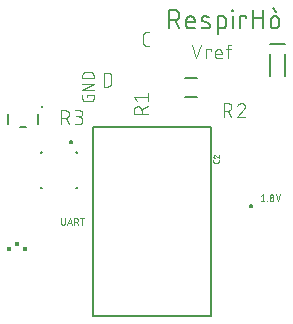
<source format=gbr>
G04 EAGLE Gerber RS-274X export*
G75*
%MOMM*%
%FSLAX34Y34*%
%LPD*%
%INSilkscreen Top*%
%IPPOS*%
%AMOC8*
5,1,8,0,0,1.08239X$1,22.5*%
G01*
%ADD10C,0.101600*%
%ADD11C,0.076200*%
%ADD12C,0.127000*%
%ADD13C,0.050800*%
%ADD14C,0.200000*%
%ADD15R,0.325000X0.425000*%
%ADD16R,0.350000X0.350000*%
%ADD17C,0.254000*%
%ADD18C,0.203200*%
%ADD19C,0.150000*%


D10*
X282053Y221996D02*
X279456Y221996D01*
X279357Y221998D01*
X279257Y222004D01*
X279158Y222013D01*
X279060Y222026D01*
X278962Y222043D01*
X278864Y222064D01*
X278768Y222089D01*
X278673Y222117D01*
X278579Y222149D01*
X278486Y222184D01*
X278394Y222223D01*
X278304Y222266D01*
X278216Y222311D01*
X278129Y222361D01*
X278045Y222413D01*
X277962Y222469D01*
X277882Y222527D01*
X277804Y222589D01*
X277729Y222654D01*
X277656Y222722D01*
X277586Y222792D01*
X277518Y222865D01*
X277453Y222940D01*
X277391Y223018D01*
X277333Y223098D01*
X277277Y223181D01*
X277225Y223265D01*
X277175Y223352D01*
X277130Y223440D01*
X277087Y223530D01*
X277048Y223622D01*
X277013Y223715D01*
X276981Y223809D01*
X276953Y223904D01*
X276928Y224000D01*
X276907Y224098D01*
X276890Y224196D01*
X276877Y224294D01*
X276868Y224393D01*
X276862Y224493D01*
X276860Y224592D01*
X276860Y231084D01*
X276862Y231183D01*
X276868Y231283D01*
X276877Y231382D01*
X276890Y231480D01*
X276907Y231578D01*
X276928Y231676D01*
X276953Y231772D01*
X276981Y231867D01*
X277013Y231961D01*
X277048Y232054D01*
X277087Y232146D01*
X277130Y232236D01*
X277175Y232324D01*
X277225Y232411D01*
X277277Y232495D01*
X277333Y232578D01*
X277391Y232658D01*
X277453Y232736D01*
X277518Y232811D01*
X277586Y232884D01*
X277656Y232954D01*
X277729Y233022D01*
X277804Y233087D01*
X277882Y233149D01*
X277962Y233207D01*
X278045Y233263D01*
X278129Y233315D01*
X278216Y233365D01*
X278304Y233410D01*
X278394Y233453D01*
X278486Y233492D01*
X278578Y233527D01*
X278673Y233559D01*
X278768Y233587D01*
X278864Y233612D01*
X278962Y233633D01*
X279060Y233650D01*
X279158Y233663D01*
X279257Y233672D01*
X279357Y233678D01*
X279456Y233680D01*
X282053Y233680D01*
X318008Y223012D02*
X321903Y211328D01*
X325797Y223012D01*
X330422Y219117D02*
X330422Y211328D01*
X330422Y219117D02*
X334316Y219117D01*
X334316Y217819D01*
X339923Y211328D02*
X343168Y211328D01*
X339923Y211328D02*
X339836Y211330D01*
X339748Y211336D01*
X339662Y211346D01*
X339575Y211359D01*
X339490Y211377D01*
X339405Y211398D01*
X339321Y211423D01*
X339239Y211452D01*
X339158Y211485D01*
X339078Y211521D01*
X339000Y211560D01*
X338924Y211604D01*
X338850Y211650D01*
X338779Y211700D01*
X338709Y211753D01*
X338642Y211809D01*
X338578Y211868D01*
X338516Y211930D01*
X338457Y211994D01*
X338401Y212061D01*
X338348Y212131D01*
X338298Y212202D01*
X338252Y212276D01*
X338208Y212352D01*
X338169Y212430D01*
X338133Y212510D01*
X338100Y212591D01*
X338071Y212673D01*
X338046Y212757D01*
X338025Y212842D01*
X338007Y212927D01*
X337994Y213014D01*
X337984Y213100D01*
X337978Y213188D01*
X337976Y213275D01*
X337975Y213275D02*
X337975Y216521D01*
X337976Y216521D02*
X337978Y216622D01*
X337984Y216722D01*
X337994Y216822D01*
X338007Y216922D01*
X338025Y217021D01*
X338046Y217120D01*
X338071Y217217D01*
X338100Y217314D01*
X338133Y217409D01*
X338169Y217503D01*
X338209Y217595D01*
X338252Y217686D01*
X338299Y217775D01*
X338349Y217862D01*
X338403Y217948D01*
X338460Y218031D01*
X338520Y218111D01*
X338583Y218190D01*
X338650Y218266D01*
X338719Y218339D01*
X338791Y218409D01*
X338865Y218477D01*
X338942Y218542D01*
X339022Y218603D01*
X339104Y218662D01*
X339188Y218717D01*
X339274Y218769D01*
X339362Y218818D01*
X339452Y218863D01*
X339544Y218905D01*
X339637Y218943D01*
X339732Y218977D01*
X339827Y219008D01*
X339924Y219035D01*
X340022Y219058D01*
X340121Y219078D01*
X340221Y219093D01*
X340321Y219105D01*
X340421Y219113D01*
X340522Y219117D01*
X340622Y219117D01*
X340723Y219113D01*
X340823Y219105D01*
X340923Y219093D01*
X341023Y219078D01*
X341122Y219058D01*
X341220Y219035D01*
X341317Y219008D01*
X341412Y218977D01*
X341507Y218943D01*
X341600Y218905D01*
X341692Y218863D01*
X341782Y218818D01*
X341870Y218769D01*
X341956Y218717D01*
X342040Y218662D01*
X342122Y218603D01*
X342202Y218542D01*
X342279Y218477D01*
X342353Y218409D01*
X342425Y218339D01*
X342494Y218266D01*
X342561Y218190D01*
X342624Y218111D01*
X342684Y218031D01*
X342741Y217948D01*
X342795Y217862D01*
X342845Y217775D01*
X342892Y217686D01*
X342935Y217595D01*
X342975Y217503D01*
X343011Y217409D01*
X343044Y217314D01*
X343073Y217217D01*
X343098Y217120D01*
X343119Y217021D01*
X343137Y216922D01*
X343150Y216822D01*
X343160Y216722D01*
X343166Y216622D01*
X343168Y216521D01*
X343168Y215223D01*
X337975Y215223D01*
X348508Y211328D02*
X348508Y221065D01*
X348510Y221152D01*
X348516Y221240D01*
X348526Y221326D01*
X348539Y221413D01*
X348557Y221498D01*
X348578Y221583D01*
X348603Y221667D01*
X348632Y221749D01*
X348665Y221830D01*
X348701Y221910D01*
X348740Y221988D01*
X348784Y222064D01*
X348830Y222138D01*
X348880Y222209D01*
X348933Y222279D01*
X348989Y222346D01*
X349048Y222410D01*
X349109Y222472D01*
X349174Y222531D01*
X349241Y222587D01*
X349311Y222640D01*
X349382Y222690D01*
X349456Y222736D01*
X349532Y222780D01*
X349610Y222819D01*
X349690Y222855D01*
X349771Y222888D01*
X349853Y222917D01*
X349937Y222942D01*
X350022Y222963D01*
X350107Y222981D01*
X350194Y222994D01*
X350280Y223004D01*
X350368Y223010D01*
X350455Y223012D01*
X351104Y223012D01*
X351104Y219117D02*
X347210Y219117D01*
X243332Y199136D02*
X243332Y187452D01*
X243332Y199136D02*
X246578Y199136D01*
X246691Y199134D01*
X246804Y199128D01*
X246917Y199118D01*
X247030Y199104D01*
X247142Y199087D01*
X247253Y199065D01*
X247363Y199040D01*
X247473Y199010D01*
X247581Y198977D01*
X247688Y198940D01*
X247794Y198900D01*
X247898Y198855D01*
X248001Y198807D01*
X248102Y198756D01*
X248201Y198701D01*
X248298Y198643D01*
X248393Y198581D01*
X248486Y198516D01*
X248576Y198448D01*
X248664Y198377D01*
X248750Y198302D01*
X248833Y198225D01*
X248913Y198145D01*
X248990Y198062D01*
X249065Y197976D01*
X249136Y197888D01*
X249204Y197798D01*
X249269Y197705D01*
X249331Y197610D01*
X249389Y197513D01*
X249444Y197414D01*
X249495Y197313D01*
X249543Y197210D01*
X249588Y197106D01*
X249628Y197000D01*
X249665Y196893D01*
X249698Y196785D01*
X249728Y196675D01*
X249753Y196565D01*
X249775Y196454D01*
X249792Y196342D01*
X249806Y196229D01*
X249816Y196116D01*
X249822Y196003D01*
X249824Y195890D01*
X249823Y195890D02*
X249823Y190698D01*
X249824Y190698D02*
X249822Y190585D01*
X249816Y190472D01*
X249806Y190359D01*
X249792Y190246D01*
X249775Y190134D01*
X249753Y190023D01*
X249728Y189913D01*
X249698Y189803D01*
X249665Y189695D01*
X249628Y189588D01*
X249588Y189482D01*
X249543Y189378D01*
X249495Y189275D01*
X249444Y189174D01*
X249389Y189075D01*
X249331Y188978D01*
X249269Y188883D01*
X249204Y188790D01*
X249136Y188700D01*
X249065Y188612D01*
X248990Y188526D01*
X248913Y188443D01*
X248833Y188363D01*
X248750Y188286D01*
X248664Y188211D01*
X248576Y188140D01*
X248486Y188072D01*
X248393Y188007D01*
X248298Y187945D01*
X248201Y187887D01*
X248102Y187832D01*
X248001Y187781D01*
X247898Y187733D01*
X247794Y187688D01*
X247688Y187648D01*
X247581Y187611D01*
X247473Y187578D01*
X247363Y187548D01*
X247253Y187523D01*
X247142Y187501D01*
X247030Y187484D01*
X246917Y187470D01*
X246804Y187460D01*
X246691Y187454D01*
X246578Y187452D01*
X243332Y187452D01*
D11*
X229602Y180264D02*
X229602Y178697D01*
X229602Y180264D02*
X234823Y180264D01*
X234823Y177131D01*
X234821Y177042D01*
X234815Y176954D01*
X234806Y176866D01*
X234793Y176778D01*
X234776Y176691D01*
X234756Y176605D01*
X234731Y176520D01*
X234704Y176435D01*
X234672Y176352D01*
X234638Y176271D01*
X234599Y176191D01*
X234558Y176113D01*
X234513Y176036D01*
X234465Y175962D01*
X234414Y175889D01*
X234360Y175819D01*
X234302Y175752D01*
X234242Y175686D01*
X234180Y175624D01*
X234114Y175564D01*
X234047Y175506D01*
X233977Y175452D01*
X233904Y175401D01*
X233830Y175353D01*
X233753Y175308D01*
X233675Y175267D01*
X233595Y175228D01*
X233514Y175194D01*
X233431Y175162D01*
X233346Y175135D01*
X233261Y175110D01*
X233175Y175090D01*
X233088Y175073D01*
X233000Y175060D01*
X232912Y175051D01*
X232824Y175045D01*
X232735Y175043D01*
X227513Y175043D01*
X227513Y175042D02*
X227422Y175044D01*
X227331Y175050D01*
X227240Y175060D01*
X227150Y175074D01*
X227061Y175092D01*
X226972Y175113D01*
X226885Y175139D01*
X226799Y175168D01*
X226714Y175201D01*
X226630Y175238D01*
X226548Y175278D01*
X226469Y175322D01*
X226391Y175369D01*
X226315Y175420D01*
X226241Y175474D01*
X226170Y175531D01*
X226102Y175591D01*
X226036Y175654D01*
X225973Y175720D01*
X225913Y175788D01*
X225856Y175859D01*
X225802Y175933D01*
X225751Y176009D01*
X225704Y176086D01*
X225660Y176166D01*
X225620Y176248D01*
X225583Y176332D01*
X225550Y176416D01*
X225521Y176503D01*
X225495Y176590D01*
X225474Y176679D01*
X225456Y176768D01*
X225442Y176858D01*
X225432Y176949D01*
X225426Y177040D01*
X225424Y177131D01*
X225425Y177131D02*
X225425Y180264D01*
X225425Y184796D02*
X234823Y184796D01*
X234823Y190017D02*
X225425Y184796D01*
X225425Y190017D02*
X234823Y190017D01*
X234823Y194550D02*
X225425Y194550D01*
X225425Y197160D01*
X225427Y197260D01*
X225433Y197360D01*
X225442Y197459D01*
X225456Y197559D01*
X225473Y197657D01*
X225494Y197755D01*
X225518Y197852D01*
X225547Y197948D01*
X225579Y198043D01*
X225614Y198136D01*
X225653Y198228D01*
X225696Y198319D01*
X225742Y198407D01*
X225792Y198494D01*
X225844Y198579D01*
X225900Y198662D01*
X225959Y198743D01*
X226022Y198821D01*
X226087Y198897D01*
X226155Y198971D01*
X226225Y199041D01*
X226299Y199109D01*
X226375Y199174D01*
X226453Y199237D01*
X226534Y199296D01*
X226617Y199352D01*
X226702Y199404D01*
X226789Y199454D01*
X226877Y199500D01*
X226968Y199543D01*
X227060Y199582D01*
X227153Y199617D01*
X227248Y199649D01*
X227344Y199678D01*
X227441Y199702D01*
X227539Y199723D01*
X227637Y199740D01*
X227737Y199754D01*
X227836Y199763D01*
X227936Y199769D01*
X228036Y199771D01*
X232212Y199771D01*
X232312Y199769D01*
X232412Y199763D01*
X232511Y199754D01*
X232611Y199740D01*
X232709Y199723D01*
X232807Y199702D01*
X232904Y199678D01*
X233000Y199649D01*
X233095Y199617D01*
X233188Y199582D01*
X233280Y199543D01*
X233371Y199500D01*
X233459Y199454D01*
X233546Y199404D01*
X233631Y199352D01*
X233714Y199296D01*
X233795Y199237D01*
X233873Y199174D01*
X233949Y199109D01*
X234023Y199041D01*
X234093Y198971D01*
X234161Y198897D01*
X234226Y198821D01*
X234289Y198743D01*
X234348Y198662D01*
X234404Y198579D01*
X234456Y198494D01*
X234506Y198407D01*
X234552Y198319D01*
X234595Y198228D01*
X234634Y198136D01*
X234669Y198043D01*
X234701Y197948D01*
X234730Y197852D01*
X234754Y197755D01*
X234775Y197657D01*
X234792Y197559D01*
X234806Y197459D01*
X234815Y197360D01*
X234821Y197260D01*
X234823Y197160D01*
X234823Y194550D01*
D12*
X298831Y236855D02*
X298831Y252349D01*
X303135Y252349D01*
X303265Y252347D01*
X303395Y252341D01*
X303525Y252331D01*
X303654Y252318D01*
X303783Y252300D01*
X303911Y252279D01*
X304038Y252253D01*
X304165Y252224D01*
X304291Y252191D01*
X304415Y252154D01*
X304539Y252114D01*
X304661Y252069D01*
X304782Y252021D01*
X304901Y251970D01*
X305019Y251915D01*
X305135Y251856D01*
X305249Y251794D01*
X305362Y251728D01*
X305472Y251659D01*
X305580Y251587D01*
X305686Y251512D01*
X305789Y251433D01*
X305890Y251351D01*
X305989Y251267D01*
X306085Y251179D01*
X306178Y251088D01*
X306269Y250995D01*
X306357Y250899D01*
X306441Y250800D01*
X306523Y250699D01*
X306602Y250596D01*
X306677Y250490D01*
X306749Y250382D01*
X306818Y250272D01*
X306884Y250159D01*
X306946Y250045D01*
X307005Y249929D01*
X307060Y249811D01*
X307111Y249692D01*
X307159Y249571D01*
X307204Y249449D01*
X307244Y249325D01*
X307281Y249201D01*
X307314Y249075D01*
X307343Y248948D01*
X307369Y248821D01*
X307390Y248693D01*
X307408Y248564D01*
X307421Y248435D01*
X307431Y248305D01*
X307437Y248175D01*
X307439Y248045D01*
X307437Y247915D01*
X307431Y247785D01*
X307421Y247655D01*
X307408Y247526D01*
X307390Y247397D01*
X307369Y247269D01*
X307343Y247142D01*
X307314Y247015D01*
X307281Y246889D01*
X307244Y246765D01*
X307204Y246641D01*
X307159Y246519D01*
X307111Y246398D01*
X307060Y246279D01*
X307005Y246161D01*
X306946Y246045D01*
X306884Y245931D01*
X306818Y245818D01*
X306749Y245708D01*
X306677Y245600D01*
X306602Y245494D01*
X306523Y245391D01*
X306441Y245290D01*
X306357Y245191D01*
X306269Y245095D01*
X306178Y245002D01*
X306085Y244911D01*
X305989Y244823D01*
X305890Y244739D01*
X305789Y244657D01*
X305686Y244578D01*
X305580Y244503D01*
X305472Y244431D01*
X305362Y244362D01*
X305249Y244296D01*
X305135Y244234D01*
X305019Y244175D01*
X304901Y244120D01*
X304782Y244069D01*
X304661Y244021D01*
X304539Y243976D01*
X304415Y243936D01*
X304291Y243899D01*
X304165Y243866D01*
X304038Y243837D01*
X303911Y243811D01*
X303783Y243790D01*
X303654Y243772D01*
X303525Y243759D01*
X303395Y243749D01*
X303265Y243743D01*
X303135Y243741D01*
X298831Y243741D01*
X303996Y243741D02*
X307439Y236855D01*
X316063Y236855D02*
X320367Y236855D01*
X316063Y236855D02*
X315964Y236857D01*
X315865Y236863D01*
X315767Y236872D01*
X315669Y236885D01*
X315571Y236902D01*
X315475Y236923D01*
X315379Y236947D01*
X315284Y236975D01*
X315190Y237007D01*
X315098Y237042D01*
X315007Y237081D01*
X314917Y237123D01*
X314830Y237169D01*
X314744Y237218D01*
X314660Y237270D01*
X314578Y237325D01*
X314498Y237384D01*
X314420Y237445D01*
X314345Y237509D01*
X314273Y237577D01*
X314203Y237647D01*
X314135Y237719D01*
X314071Y237794D01*
X314010Y237872D01*
X313951Y237952D01*
X313896Y238034D01*
X313844Y238118D01*
X313795Y238204D01*
X313749Y238291D01*
X313707Y238381D01*
X313668Y238472D01*
X313633Y238564D01*
X313601Y238658D01*
X313573Y238753D01*
X313549Y238849D01*
X313528Y238945D01*
X313511Y239043D01*
X313498Y239141D01*
X313489Y239239D01*
X313483Y239338D01*
X313481Y239437D01*
X313481Y243741D01*
X313483Y243857D01*
X313489Y243973D01*
X313499Y244089D01*
X313512Y244205D01*
X313530Y244320D01*
X313551Y244434D01*
X313577Y244548D01*
X313606Y244660D01*
X313639Y244772D01*
X313676Y244882D01*
X313716Y244991D01*
X313760Y245099D01*
X313808Y245205D01*
X313859Y245309D01*
X313914Y245412D01*
X313972Y245513D01*
X314033Y245611D01*
X314098Y245708D01*
X314166Y245802D01*
X314237Y245894D01*
X314312Y245984D01*
X314389Y246071D01*
X314469Y246155D01*
X314552Y246236D01*
X314638Y246315D01*
X314726Y246391D01*
X314817Y246464D01*
X314910Y246533D01*
X315005Y246600D01*
X315103Y246663D01*
X315203Y246723D01*
X315304Y246779D01*
X315408Y246832D01*
X315513Y246882D01*
X315620Y246927D01*
X315728Y246970D01*
X315838Y247008D01*
X315949Y247043D01*
X316061Y247074D01*
X316174Y247101D01*
X316288Y247125D01*
X316403Y247144D01*
X316518Y247160D01*
X316634Y247172D01*
X316750Y247180D01*
X316866Y247184D01*
X316982Y247184D01*
X317098Y247180D01*
X317214Y247172D01*
X317330Y247160D01*
X317445Y247144D01*
X317560Y247125D01*
X317674Y247101D01*
X317787Y247074D01*
X317899Y247043D01*
X318010Y247008D01*
X318120Y246970D01*
X318228Y246927D01*
X318335Y246882D01*
X318440Y246832D01*
X318544Y246779D01*
X318646Y246723D01*
X318745Y246663D01*
X318843Y246600D01*
X318938Y246533D01*
X319031Y246464D01*
X319122Y246391D01*
X319210Y246315D01*
X319296Y246236D01*
X319379Y246155D01*
X319459Y246071D01*
X319536Y245984D01*
X319611Y245894D01*
X319682Y245802D01*
X319750Y245708D01*
X319815Y245611D01*
X319876Y245513D01*
X319934Y245412D01*
X319989Y245309D01*
X320040Y245205D01*
X320088Y245099D01*
X320132Y244991D01*
X320172Y244882D01*
X320209Y244772D01*
X320242Y244660D01*
X320271Y244548D01*
X320297Y244434D01*
X320318Y244320D01*
X320336Y244205D01*
X320349Y244089D01*
X320359Y243973D01*
X320365Y243857D01*
X320367Y243741D01*
X320367Y242020D01*
X313481Y242020D01*
X327656Y242880D02*
X331960Y241159D01*
X327656Y242881D02*
X327570Y242917D01*
X327485Y242958D01*
X327402Y243001D01*
X327321Y243049D01*
X327242Y243099D01*
X327165Y243153D01*
X327090Y243210D01*
X327018Y243270D01*
X326949Y243334D01*
X326882Y243400D01*
X326818Y243468D01*
X326757Y243540D01*
X326700Y243614D01*
X326645Y243690D01*
X326593Y243768D01*
X326545Y243849D01*
X326501Y243931D01*
X326459Y244016D01*
X326422Y244102D01*
X326388Y244189D01*
X326358Y244278D01*
X326331Y244368D01*
X326308Y244459D01*
X326289Y244551D01*
X326275Y244644D01*
X326263Y244737D01*
X326256Y244831D01*
X326253Y244924D01*
X326254Y245018D01*
X326259Y245112D01*
X326267Y245205D01*
X326280Y245298D01*
X326296Y245391D01*
X326317Y245482D01*
X326341Y245573D01*
X326369Y245663D01*
X326401Y245751D01*
X326436Y245838D01*
X326475Y245923D01*
X326517Y246007D01*
X326564Y246089D01*
X326613Y246168D01*
X326666Y246246D01*
X326722Y246321D01*
X326781Y246394D01*
X326843Y246465D01*
X326908Y246532D01*
X326976Y246597D01*
X327046Y246659D01*
X327119Y246718D01*
X327195Y246774D01*
X327272Y246827D01*
X327352Y246876D01*
X327434Y246922D01*
X327518Y246964D01*
X327603Y247003D01*
X327690Y247039D01*
X327778Y247070D01*
X327868Y247098D01*
X327959Y247122D01*
X328050Y247142D01*
X328143Y247159D01*
X328236Y247171D01*
X328329Y247180D01*
X328423Y247184D01*
X328517Y247185D01*
X328517Y247184D02*
X328752Y247178D01*
X328986Y247166D01*
X329221Y247149D01*
X329455Y247125D01*
X329688Y247097D01*
X329920Y247062D01*
X330152Y247022D01*
X330383Y246977D01*
X330612Y246926D01*
X330840Y246870D01*
X331067Y246808D01*
X331292Y246740D01*
X331516Y246667D01*
X331737Y246589D01*
X331957Y246506D01*
X332175Y246417D01*
X332390Y246323D01*
X331960Y241159D02*
X332046Y241123D01*
X332131Y241082D01*
X332214Y241039D01*
X332295Y240991D01*
X332374Y240941D01*
X332451Y240887D01*
X332526Y240830D01*
X332598Y240770D01*
X332667Y240706D01*
X332734Y240640D01*
X332798Y240572D01*
X332859Y240500D01*
X332916Y240426D01*
X332971Y240350D01*
X333023Y240272D01*
X333071Y240191D01*
X333115Y240109D01*
X333157Y240024D01*
X333194Y239938D01*
X333228Y239851D01*
X333258Y239762D01*
X333285Y239672D01*
X333308Y239581D01*
X333327Y239489D01*
X333341Y239396D01*
X333353Y239303D01*
X333360Y239209D01*
X333363Y239116D01*
X333362Y239022D01*
X333357Y238928D01*
X333349Y238835D01*
X333336Y238742D01*
X333320Y238649D01*
X333299Y238558D01*
X333275Y238467D01*
X333247Y238377D01*
X333215Y238289D01*
X333180Y238202D01*
X333141Y238117D01*
X333099Y238033D01*
X333052Y237951D01*
X333003Y237872D01*
X332950Y237794D01*
X332894Y237719D01*
X332835Y237646D01*
X332773Y237575D01*
X332708Y237508D01*
X332640Y237443D01*
X332570Y237381D01*
X332497Y237322D01*
X332421Y237266D01*
X332344Y237213D01*
X332264Y237164D01*
X332182Y237118D01*
X332098Y237076D01*
X332013Y237037D01*
X331926Y237001D01*
X331838Y236970D01*
X331748Y236942D01*
X331657Y236918D01*
X331566Y236898D01*
X331473Y236881D01*
X331380Y236869D01*
X331287Y236860D01*
X331193Y236856D01*
X331099Y236855D01*
X330753Y236865D01*
X330409Y236882D01*
X330064Y236907D01*
X329721Y236940D01*
X329378Y236982D01*
X329036Y237032D01*
X328696Y237089D01*
X328357Y237155D01*
X328019Y237229D01*
X327684Y237311D01*
X327351Y237400D01*
X327019Y237498D01*
X326691Y237603D01*
X326364Y237716D01*
X339812Y231690D02*
X339812Y247184D01*
X344116Y247184D01*
X344217Y247182D01*
X344319Y247176D01*
X344419Y247166D01*
X344520Y247152D01*
X344620Y247134D01*
X344719Y247113D01*
X344817Y247087D01*
X344914Y247058D01*
X345010Y247024D01*
X345104Y246987D01*
X345197Y246947D01*
X345288Y246903D01*
X345378Y246855D01*
X345465Y246804D01*
X345550Y246749D01*
X345634Y246691D01*
X345714Y246630D01*
X345793Y246565D01*
X345869Y246498D01*
X345942Y246428D01*
X346012Y246355D01*
X346079Y246279D01*
X346144Y246201D01*
X346205Y246120D01*
X346263Y246036D01*
X346318Y245951D01*
X346369Y245864D01*
X346417Y245774D01*
X346461Y245683D01*
X346501Y245590D01*
X346538Y245496D01*
X346572Y245400D01*
X346601Y245303D01*
X346627Y245205D01*
X346648Y245106D01*
X346666Y245006D01*
X346680Y244906D01*
X346690Y244805D01*
X346696Y244703D01*
X346698Y244602D01*
X346699Y244602D02*
X346699Y239437D01*
X346698Y239437D02*
X346696Y239338D01*
X346690Y239239D01*
X346681Y239141D01*
X346668Y239043D01*
X346651Y238945D01*
X346630Y238849D01*
X346606Y238753D01*
X346578Y238658D01*
X346546Y238564D01*
X346511Y238472D01*
X346472Y238381D01*
X346430Y238291D01*
X346384Y238204D01*
X346335Y238118D01*
X346283Y238034D01*
X346228Y237952D01*
X346169Y237872D01*
X346108Y237794D01*
X346044Y237719D01*
X345976Y237647D01*
X345906Y237577D01*
X345834Y237509D01*
X345759Y237445D01*
X345681Y237384D01*
X345601Y237325D01*
X345519Y237270D01*
X345435Y237218D01*
X345349Y237169D01*
X345262Y237123D01*
X345172Y237081D01*
X345081Y237042D01*
X344989Y237007D01*
X344895Y236975D01*
X344800Y236947D01*
X344704Y236923D01*
X344608Y236902D01*
X344510Y236885D01*
X344412Y236872D01*
X344314Y236863D01*
X344215Y236857D01*
X344116Y236855D01*
X339812Y236855D01*
X352602Y236855D02*
X352602Y247184D01*
X352172Y251488D02*
X352172Y252349D01*
X353032Y252349D01*
X353032Y251488D01*
X352172Y251488D01*
X359148Y247184D02*
X359148Y236855D01*
X359148Y247184D02*
X364312Y247184D01*
X364312Y245463D01*
X369606Y252349D02*
X369606Y236855D01*
X369606Y245463D02*
X378213Y245463D01*
X378213Y252349D02*
X378213Y236855D01*
X384837Y240298D02*
X384837Y243741D01*
X384839Y243857D01*
X384845Y243973D01*
X384855Y244089D01*
X384868Y244205D01*
X384886Y244320D01*
X384907Y244434D01*
X384933Y244548D01*
X384962Y244660D01*
X384995Y244772D01*
X385032Y244882D01*
X385072Y244991D01*
X385116Y245099D01*
X385164Y245205D01*
X385215Y245309D01*
X385270Y245412D01*
X385328Y245513D01*
X385389Y245611D01*
X385454Y245708D01*
X385522Y245802D01*
X385593Y245894D01*
X385668Y245984D01*
X385745Y246071D01*
X385825Y246155D01*
X385908Y246236D01*
X385994Y246315D01*
X386082Y246391D01*
X386173Y246464D01*
X386266Y246533D01*
X386361Y246600D01*
X386459Y246663D01*
X386559Y246723D01*
X386660Y246779D01*
X386764Y246832D01*
X386869Y246882D01*
X386976Y246927D01*
X387084Y246970D01*
X387194Y247008D01*
X387305Y247043D01*
X387417Y247074D01*
X387530Y247101D01*
X387644Y247125D01*
X387759Y247144D01*
X387874Y247160D01*
X387990Y247172D01*
X388106Y247180D01*
X388222Y247184D01*
X388338Y247184D01*
X388454Y247180D01*
X388570Y247172D01*
X388686Y247160D01*
X388801Y247144D01*
X388916Y247125D01*
X389030Y247101D01*
X389143Y247074D01*
X389255Y247043D01*
X389366Y247008D01*
X389476Y246970D01*
X389584Y246927D01*
X389691Y246882D01*
X389796Y246832D01*
X389900Y246779D01*
X390002Y246723D01*
X390101Y246663D01*
X390199Y246600D01*
X390294Y246533D01*
X390387Y246464D01*
X390478Y246391D01*
X390566Y246315D01*
X390652Y246236D01*
X390735Y246155D01*
X390815Y246071D01*
X390892Y245984D01*
X390967Y245894D01*
X391038Y245802D01*
X391106Y245708D01*
X391171Y245611D01*
X391232Y245513D01*
X391290Y245412D01*
X391345Y245309D01*
X391396Y245205D01*
X391444Y245099D01*
X391488Y244991D01*
X391528Y244882D01*
X391565Y244772D01*
X391598Y244660D01*
X391627Y244548D01*
X391653Y244434D01*
X391674Y244320D01*
X391692Y244205D01*
X391705Y244089D01*
X391715Y243973D01*
X391721Y243857D01*
X391723Y243741D01*
X391723Y240298D01*
X391721Y240182D01*
X391715Y240066D01*
X391705Y239950D01*
X391692Y239834D01*
X391674Y239719D01*
X391653Y239605D01*
X391627Y239491D01*
X391598Y239379D01*
X391565Y239267D01*
X391528Y239157D01*
X391488Y239048D01*
X391444Y238940D01*
X391396Y238834D01*
X391345Y238730D01*
X391290Y238627D01*
X391232Y238526D01*
X391171Y238428D01*
X391106Y238331D01*
X391038Y238237D01*
X390967Y238145D01*
X390892Y238055D01*
X390815Y237968D01*
X390735Y237884D01*
X390652Y237803D01*
X390566Y237724D01*
X390478Y237648D01*
X390387Y237575D01*
X390294Y237506D01*
X390199Y237439D01*
X390101Y237376D01*
X390002Y237316D01*
X389900Y237260D01*
X389796Y237207D01*
X389691Y237157D01*
X389584Y237112D01*
X389476Y237069D01*
X389366Y237031D01*
X389255Y236996D01*
X389143Y236965D01*
X389030Y236938D01*
X388916Y236914D01*
X388801Y236895D01*
X388686Y236879D01*
X388570Y236867D01*
X388454Y236859D01*
X388338Y236855D01*
X388222Y236855D01*
X388106Y236859D01*
X387990Y236867D01*
X387874Y236879D01*
X387759Y236895D01*
X387644Y236914D01*
X387530Y236938D01*
X387417Y236965D01*
X387305Y236996D01*
X387194Y237031D01*
X387084Y237069D01*
X386976Y237112D01*
X386869Y237157D01*
X386764Y237207D01*
X386660Y237260D01*
X386559Y237316D01*
X386459Y237376D01*
X386361Y237439D01*
X386266Y237506D01*
X386173Y237575D01*
X386082Y237648D01*
X385994Y237724D01*
X385908Y237803D01*
X385825Y237884D01*
X385745Y237968D01*
X385668Y238055D01*
X385593Y238145D01*
X385522Y238237D01*
X385454Y238331D01*
X385389Y238428D01*
X385328Y238526D01*
X385270Y238627D01*
X385215Y238730D01*
X385164Y238834D01*
X385116Y238940D01*
X385072Y239048D01*
X385032Y239157D01*
X384995Y239267D01*
X384962Y239379D01*
X384933Y239491D01*
X384907Y239605D01*
X384886Y239719D01*
X384868Y239834D01*
X384855Y239950D01*
X384845Y240066D01*
X384839Y240182D01*
X384837Y240298D01*
X389141Y251058D02*
X386558Y254071D01*
D13*
X377908Y96266D02*
X376356Y95024D01*
X377908Y96266D02*
X377908Y90678D01*
X376356Y90678D02*
X379460Y90678D01*
X381593Y90678D02*
X381593Y90988D01*
X381904Y90988D01*
X381904Y90678D01*
X381593Y90678D01*
X384037Y92230D02*
X384039Y92307D01*
X384045Y92385D01*
X384054Y92461D01*
X384068Y92538D01*
X384085Y92613D01*
X384106Y92687D01*
X384131Y92761D01*
X384159Y92833D01*
X384191Y92903D01*
X384226Y92972D01*
X384265Y93039D01*
X384307Y93104D01*
X384352Y93167D01*
X384400Y93228D01*
X384451Y93286D01*
X384505Y93341D01*
X384562Y93394D01*
X384621Y93443D01*
X384683Y93490D01*
X384747Y93534D01*
X384813Y93574D01*
X384881Y93611D01*
X384951Y93645D01*
X385022Y93675D01*
X385095Y93701D01*
X385169Y93724D01*
X385244Y93743D01*
X385319Y93758D01*
X385396Y93770D01*
X385473Y93778D01*
X385550Y93782D01*
X385628Y93782D01*
X385705Y93778D01*
X385782Y93770D01*
X385859Y93758D01*
X385934Y93743D01*
X386009Y93724D01*
X386083Y93701D01*
X386156Y93675D01*
X386227Y93645D01*
X386297Y93611D01*
X386365Y93574D01*
X386431Y93534D01*
X386495Y93490D01*
X386557Y93443D01*
X386616Y93394D01*
X386673Y93341D01*
X386727Y93286D01*
X386778Y93228D01*
X386826Y93167D01*
X386871Y93104D01*
X386913Y93039D01*
X386952Y92972D01*
X386987Y92903D01*
X387019Y92833D01*
X387047Y92761D01*
X387072Y92687D01*
X387093Y92613D01*
X387110Y92538D01*
X387124Y92461D01*
X387133Y92385D01*
X387139Y92307D01*
X387141Y92230D01*
X387139Y92153D01*
X387133Y92075D01*
X387124Y91999D01*
X387110Y91922D01*
X387093Y91847D01*
X387072Y91773D01*
X387047Y91699D01*
X387019Y91627D01*
X386987Y91557D01*
X386952Y91488D01*
X386913Y91421D01*
X386871Y91356D01*
X386826Y91293D01*
X386778Y91232D01*
X386727Y91174D01*
X386673Y91119D01*
X386616Y91066D01*
X386557Y91017D01*
X386495Y90970D01*
X386431Y90926D01*
X386365Y90886D01*
X386297Y90849D01*
X386227Y90815D01*
X386156Y90785D01*
X386083Y90759D01*
X386009Y90736D01*
X385934Y90717D01*
X385859Y90702D01*
X385782Y90690D01*
X385705Y90682D01*
X385628Y90678D01*
X385550Y90678D01*
X385473Y90682D01*
X385396Y90690D01*
X385319Y90702D01*
X385244Y90717D01*
X385169Y90736D01*
X385095Y90759D01*
X385022Y90785D01*
X384951Y90815D01*
X384881Y90849D01*
X384813Y90886D01*
X384747Y90926D01*
X384683Y90970D01*
X384621Y91017D01*
X384562Y91066D01*
X384505Y91119D01*
X384451Y91174D01*
X384400Y91232D01*
X384352Y91293D01*
X384307Y91356D01*
X384265Y91421D01*
X384226Y91488D01*
X384191Y91557D01*
X384159Y91627D01*
X384131Y91699D01*
X384106Y91773D01*
X384085Y91847D01*
X384068Y91922D01*
X384054Y91999D01*
X384045Y92075D01*
X384039Y92153D01*
X384037Y92230D01*
X384347Y95024D02*
X384349Y95094D01*
X384355Y95163D01*
X384365Y95232D01*
X384378Y95300D01*
X384396Y95368D01*
X384417Y95434D01*
X384442Y95499D01*
X384470Y95563D01*
X384502Y95625D01*
X384537Y95685D01*
X384576Y95743D01*
X384618Y95798D01*
X384663Y95852D01*
X384711Y95902D01*
X384761Y95950D01*
X384815Y95995D01*
X384870Y96037D01*
X384928Y96076D01*
X384988Y96111D01*
X385050Y96143D01*
X385114Y96171D01*
X385179Y96196D01*
X385245Y96217D01*
X385313Y96235D01*
X385381Y96248D01*
X385450Y96258D01*
X385519Y96264D01*
X385589Y96266D01*
X385659Y96264D01*
X385728Y96258D01*
X385797Y96248D01*
X385865Y96235D01*
X385933Y96217D01*
X385999Y96196D01*
X386064Y96171D01*
X386128Y96143D01*
X386190Y96111D01*
X386250Y96076D01*
X386308Y96037D01*
X386363Y95995D01*
X386417Y95950D01*
X386467Y95902D01*
X386515Y95852D01*
X386560Y95798D01*
X386602Y95743D01*
X386641Y95685D01*
X386676Y95625D01*
X386708Y95563D01*
X386736Y95499D01*
X386761Y95434D01*
X386782Y95368D01*
X386800Y95300D01*
X386813Y95232D01*
X386823Y95163D01*
X386829Y95094D01*
X386831Y95024D01*
X386829Y94954D01*
X386823Y94885D01*
X386813Y94816D01*
X386800Y94748D01*
X386782Y94680D01*
X386761Y94614D01*
X386736Y94549D01*
X386708Y94485D01*
X386676Y94423D01*
X386641Y94363D01*
X386602Y94305D01*
X386560Y94250D01*
X386515Y94196D01*
X386467Y94146D01*
X386417Y94098D01*
X386363Y94053D01*
X386308Y94011D01*
X386250Y93972D01*
X386190Y93937D01*
X386128Y93905D01*
X386064Y93877D01*
X385999Y93852D01*
X385933Y93831D01*
X385865Y93813D01*
X385797Y93800D01*
X385728Y93790D01*
X385659Y93784D01*
X385589Y93782D01*
X385519Y93784D01*
X385450Y93790D01*
X385381Y93800D01*
X385313Y93813D01*
X385245Y93831D01*
X385179Y93852D01*
X385114Y93877D01*
X385050Y93905D01*
X384988Y93937D01*
X384928Y93972D01*
X384870Y94011D01*
X384815Y94053D01*
X384761Y94098D01*
X384711Y94146D01*
X384663Y94196D01*
X384618Y94250D01*
X384576Y94305D01*
X384537Y94363D01*
X384502Y94423D01*
X384470Y94485D01*
X384442Y94549D01*
X384417Y94614D01*
X384396Y94680D01*
X384378Y94748D01*
X384365Y94816D01*
X384355Y94885D01*
X384349Y94954D01*
X384347Y95024D01*
X389213Y96266D02*
X391075Y90678D01*
X392938Y96266D01*
X207258Y75946D02*
X207258Y71910D01*
X207259Y71910D02*
X207261Y71833D01*
X207267Y71755D01*
X207276Y71679D01*
X207290Y71602D01*
X207307Y71527D01*
X207328Y71453D01*
X207353Y71379D01*
X207381Y71307D01*
X207413Y71237D01*
X207448Y71168D01*
X207487Y71101D01*
X207529Y71036D01*
X207574Y70973D01*
X207622Y70912D01*
X207673Y70854D01*
X207727Y70799D01*
X207784Y70746D01*
X207843Y70697D01*
X207905Y70650D01*
X207969Y70606D01*
X208035Y70566D01*
X208103Y70529D01*
X208173Y70495D01*
X208244Y70465D01*
X208317Y70439D01*
X208391Y70416D01*
X208466Y70397D01*
X208541Y70382D01*
X208618Y70370D01*
X208695Y70362D01*
X208772Y70358D01*
X208850Y70358D01*
X208927Y70362D01*
X209004Y70370D01*
X209081Y70382D01*
X209156Y70397D01*
X209231Y70416D01*
X209305Y70439D01*
X209378Y70465D01*
X209449Y70495D01*
X209519Y70529D01*
X209587Y70566D01*
X209653Y70606D01*
X209717Y70650D01*
X209779Y70697D01*
X209838Y70746D01*
X209895Y70799D01*
X209949Y70854D01*
X210000Y70912D01*
X210048Y70973D01*
X210093Y71036D01*
X210135Y71101D01*
X210174Y71168D01*
X210209Y71237D01*
X210241Y71307D01*
X210269Y71379D01*
X210294Y71453D01*
X210315Y71527D01*
X210332Y71602D01*
X210346Y71679D01*
X210355Y71755D01*
X210361Y71833D01*
X210363Y71910D01*
X210363Y75946D01*
X214480Y75946D02*
X212617Y70358D01*
X216343Y70358D02*
X214480Y75946D01*
X215877Y71755D02*
X213083Y71755D01*
X218633Y70358D02*
X218633Y75946D01*
X220185Y75946D01*
X220262Y75944D01*
X220340Y75938D01*
X220416Y75929D01*
X220493Y75915D01*
X220568Y75898D01*
X220642Y75877D01*
X220716Y75852D01*
X220788Y75824D01*
X220858Y75792D01*
X220927Y75757D01*
X220994Y75718D01*
X221059Y75676D01*
X221122Y75631D01*
X221183Y75583D01*
X221241Y75532D01*
X221296Y75478D01*
X221349Y75421D01*
X221398Y75362D01*
X221445Y75300D01*
X221489Y75236D01*
X221529Y75170D01*
X221566Y75102D01*
X221600Y75032D01*
X221630Y74961D01*
X221656Y74888D01*
X221679Y74814D01*
X221698Y74739D01*
X221713Y74664D01*
X221725Y74587D01*
X221733Y74510D01*
X221737Y74433D01*
X221737Y74355D01*
X221733Y74278D01*
X221725Y74201D01*
X221713Y74124D01*
X221698Y74049D01*
X221679Y73974D01*
X221656Y73900D01*
X221630Y73827D01*
X221600Y73756D01*
X221566Y73686D01*
X221529Y73618D01*
X221489Y73552D01*
X221445Y73488D01*
X221398Y73426D01*
X221349Y73367D01*
X221296Y73310D01*
X221241Y73256D01*
X221183Y73205D01*
X221122Y73157D01*
X221059Y73112D01*
X220994Y73070D01*
X220927Y73031D01*
X220858Y72996D01*
X220788Y72964D01*
X220716Y72936D01*
X220642Y72911D01*
X220568Y72890D01*
X220493Y72873D01*
X220416Y72859D01*
X220340Y72850D01*
X220262Y72844D01*
X220185Y72842D01*
X218633Y72842D01*
X220496Y72842D02*
X221737Y70358D01*
X225270Y70358D02*
X225270Y75946D01*
X223718Y75946D02*
X226822Y75946D01*
D14*
X367300Y86552D02*
X367302Y86615D01*
X367308Y86677D01*
X367318Y86739D01*
X367331Y86801D01*
X367349Y86861D01*
X367370Y86920D01*
X367395Y86978D01*
X367424Y87034D01*
X367456Y87088D01*
X367491Y87140D01*
X367529Y87189D01*
X367571Y87237D01*
X367615Y87281D01*
X367663Y87323D01*
X367712Y87361D01*
X367764Y87396D01*
X367818Y87428D01*
X367874Y87457D01*
X367932Y87482D01*
X367991Y87503D01*
X368051Y87521D01*
X368113Y87534D01*
X368175Y87544D01*
X368237Y87550D01*
X368300Y87552D01*
X368363Y87550D01*
X368425Y87544D01*
X368487Y87534D01*
X368549Y87521D01*
X368609Y87503D01*
X368668Y87482D01*
X368726Y87457D01*
X368782Y87428D01*
X368836Y87396D01*
X368888Y87361D01*
X368937Y87323D01*
X368985Y87281D01*
X369029Y87237D01*
X369071Y87189D01*
X369109Y87140D01*
X369144Y87088D01*
X369176Y87034D01*
X369205Y86978D01*
X369230Y86920D01*
X369251Y86861D01*
X369269Y86801D01*
X369282Y86739D01*
X369292Y86677D01*
X369298Y86615D01*
X369300Y86552D01*
X369298Y86489D01*
X369292Y86427D01*
X369282Y86365D01*
X369269Y86303D01*
X369251Y86243D01*
X369230Y86184D01*
X369205Y86126D01*
X369176Y86070D01*
X369144Y86016D01*
X369109Y85964D01*
X369071Y85915D01*
X369029Y85867D01*
X368985Y85823D01*
X368937Y85781D01*
X368888Y85743D01*
X368836Y85708D01*
X368782Y85676D01*
X368726Y85647D01*
X368668Y85622D01*
X368609Y85601D01*
X368549Y85583D01*
X368487Y85570D01*
X368425Y85560D01*
X368363Y85554D01*
X368300Y85552D01*
X368237Y85554D01*
X368175Y85560D01*
X368113Y85570D01*
X368051Y85583D01*
X367991Y85601D01*
X367932Y85622D01*
X367874Y85647D01*
X367818Y85676D01*
X367764Y85708D01*
X367712Y85743D01*
X367663Y85781D01*
X367615Y85823D01*
X367571Y85867D01*
X367529Y85915D01*
X367491Y85964D01*
X367456Y86016D01*
X367424Y86070D01*
X367395Y86126D01*
X367370Y86184D01*
X367349Y86243D01*
X367331Y86303D01*
X367318Y86365D01*
X367308Y86427D01*
X367302Y86489D01*
X367300Y86552D01*
D15*
X177055Y50255D03*
X163305Y50255D03*
D16*
X170180Y54130D03*
D12*
X234480Y-6340D02*
X334480Y-6340D01*
X234480Y-6340D02*
X234480Y153660D01*
X334480Y153660D01*
X334480Y-6340D01*
X220740Y131140D02*
X220740Y131840D01*
X220040Y131840D01*
D14*
X214740Y140840D02*
X214742Y140903D01*
X214748Y140965D01*
X214758Y141027D01*
X214771Y141089D01*
X214789Y141149D01*
X214810Y141208D01*
X214835Y141266D01*
X214864Y141322D01*
X214896Y141376D01*
X214931Y141428D01*
X214969Y141477D01*
X215011Y141525D01*
X215055Y141569D01*
X215103Y141611D01*
X215152Y141649D01*
X215204Y141684D01*
X215258Y141716D01*
X215314Y141745D01*
X215372Y141770D01*
X215431Y141791D01*
X215491Y141809D01*
X215553Y141822D01*
X215615Y141832D01*
X215677Y141838D01*
X215740Y141840D01*
X215803Y141838D01*
X215865Y141832D01*
X215927Y141822D01*
X215989Y141809D01*
X216049Y141791D01*
X216108Y141770D01*
X216166Y141745D01*
X216222Y141716D01*
X216276Y141684D01*
X216328Y141649D01*
X216377Y141611D01*
X216425Y141569D01*
X216469Y141525D01*
X216511Y141477D01*
X216549Y141428D01*
X216584Y141376D01*
X216616Y141322D01*
X216645Y141266D01*
X216670Y141208D01*
X216691Y141149D01*
X216709Y141089D01*
X216722Y141027D01*
X216732Y140965D01*
X216738Y140903D01*
X216740Y140840D01*
X216738Y140777D01*
X216732Y140715D01*
X216722Y140653D01*
X216709Y140591D01*
X216691Y140531D01*
X216670Y140472D01*
X216645Y140414D01*
X216616Y140358D01*
X216584Y140304D01*
X216549Y140252D01*
X216511Y140203D01*
X216469Y140155D01*
X216425Y140111D01*
X216377Y140069D01*
X216328Y140031D01*
X216276Y139996D01*
X216222Y139964D01*
X216166Y139935D01*
X216108Y139910D01*
X216049Y139889D01*
X215989Y139871D01*
X215927Y139858D01*
X215865Y139848D01*
X215803Y139842D01*
X215740Y139840D01*
X215677Y139842D01*
X215615Y139848D01*
X215553Y139858D01*
X215491Y139871D01*
X215431Y139889D01*
X215372Y139910D01*
X215314Y139935D01*
X215258Y139964D01*
X215204Y139996D01*
X215152Y140031D01*
X215103Y140069D01*
X215055Y140111D01*
X215011Y140155D01*
X214969Y140203D01*
X214931Y140252D01*
X214896Y140304D01*
X214864Y140358D01*
X214835Y140414D01*
X214810Y140472D01*
X214789Y140531D01*
X214771Y140591D01*
X214758Y140653D01*
X214748Y140715D01*
X214742Y140777D01*
X214740Y140840D01*
D12*
X191440Y131840D02*
X190740Y131840D01*
X190740Y131140D01*
X190740Y102540D02*
X190740Y101840D01*
X191440Y101840D01*
X220040Y101840D02*
X220740Y101840D01*
X220740Y102540D01*
D17*
X191262Y170180D03*
D18*
X162560Y164314D02*
X162560Y155726D01*
X187960Y155726D02*
X187960Y164314D01*
X177944Y152932D02*
X172576Y152932D01*
D19*
X312500Y178944D02*
X322500Y178944D01*
X322500Y194944D02*
X312500Y194944D01*
D18*
X384402Y223440D02*
X396902Y223440D01*
X396902Y214740D02*
X396902Y196740D01*
X384402Y196740D02*
X384402Y214740D01*
D13*
X340882Y125042D02*
X340882Y124043D01*
X340883Y124043D02*
X340881Y123980D01*
X340875Y123918D01*
X340865Y123856D01*
X340852Y123795D01*
X340834Y123734D01*
X340813Y123675D01*
X340788Y123618D01*
X340759Y123562D01*
X340727Y123508D01*
X340692Y123456D01*
X340654Y123406D01*
X340612Y123359D01*
X340568Y123315D01*
X340521Y123273D01*
X340471Y123235D01*
X340419Y123200D01*
X340365Y123168D01*
X340309Y123139D01*
X340252Y123114D01*
X340193Y123093D01*
X340132Y123075D01*
X340071Y123062D01*
X340009Y123052D01*
X339947Y123046D01*
X339884Y123044D01*
X339884Y123045D02*
X337388Y123045D01*
X337325Y123047D01*
X337263Y123053D01*
X337201Y123063D01*
X337140Y123076D01*
X337079Y123094D01*
X337020Y123115D01*
X336963Y123140D01*
X336907Y123169D01*
X336853Y123201D01*
X336801Y123236D01*
X336751Y123274D01*
X336704Y123316D01*
X336660Y123360D01*
X336618Y123407D01*
X336580Y123457D01*
X336545Y123509D01*
X336513Y123563D01*
X336484Y123619D01*
X336459Y123676D01*
X336438Y123735D01*
X336420Y123796D01*
X336407Y123857D01*
X336397Y123919D01*
X336391Y123981D01*
X336389Y124044D01*
X336389Y124043D02*
X336389Y125042D01*
X336390Y128184D02*
X336392Y128249D01*
X336398Y128314D01*
X336407Y128379D01*
X336420Y128443D01*
X336437Y128506D01*
X336458Y128568D01*
X336482Y128629D01*
X336509Y128688D01*
X336540Y128746D01*
X336575Y128801D01*
X336612Y128855D01*
X336653Y128906D01*
X336696Y128955D01*
X336742Y129001D01*
X336791Y129044D01*
X336842Y129085D01*
X336896Y129122D01*
X336952Y129157D01*
X337009Y129188D01*
X337068Y129215D01*
X337129Y129239D01*
X337191Y129260D01*
X337254Y129277D01*
X337318Y129290D01*
X337383Y129299D01*
X337448Y129305D01*
X337513Y129307D01*
X336389Y128184D02*
X336391Y128111D01*
X336396Y128039D01*
X336405Y127967D01*
X336418Y127896D01*
X336434Y127825D01*
X336454Y127755D01*
X336478Y127686D01*
X336504Y127619D01*
X336534Y127553D01*
X336568Y127488D01*
X336604Y127426D01*
X336644Y127365D01*
X336687Y127306D01*
X336732Y127250D01*
X336781Y127196D01*
X336832Y127144D01*
X336885Y127095D01*
X336941Y127049D01*
X336999Y127005D01*
X337060Y126965D01*
X337122Y126928D01*
X337186Y126894D01*
X337252Y126863D01*
X337319Y126835D01*
X337388Y126811D01*
X338387Y128932D02*
X338341Y128978D01*
X338292Y129022D01*
X338241Y129062D01*
X338188Y129100D01*
X338133Y129135D01*
X338077Y129167D01*
X338018Y129196D01*
X337958Y129222D01*
X337897Y129244D01*
X337835Y129263D01*
X337772Y129279D01*
X337708Y129291D01*
X337643Y129300D01*
X337578Y129305D01*
X337513Y129307D01*
X338386Y128932D02*
X340882Y126811D01*
X340882Y129307D01*
D10*
X280670Y164271D02*
X268986Y164271D01*
X268986Y167516D01*
X268988Y167629D01*
X268994Y167742D01*
X269004Y167855D01*
X269018Y167968D01*
X269035Y168080D01*
X269057Y168191D01*
X269082Y168301D01*
X269112Y168411D01*
X269145Y168519D01*
X269182Y168626D01*
X269222Y168732D01*
X269267Y168836D01*
X269315Y168939D01*
X269366Y169040D01*
X269421Y169139D01*
X269479Y169236D01*
X269541Y169331D01*
X269606Y169424D01*
X269674Y169514D01*
X269745Y169602D01*
X269820Y169688D01*
X269897Y169771D01*
X269977Y169851D01*
X270060Y169928D01*
X270146Y170003D01*
X270234Y170074D01*
X270324Y170142D01*
X270417Y170207D01*
X270512Y170269D01*
X270609Y170327D01*
X270708Y170382D01*
X270809Y170433D01*
X270912Y170481D01*
X271016Y170526D01*
X271122Y170566D01*
X271229Y170603D01*
X271337Y170636D01*
X271447Y170666D01*
X271557Y170691D01*
X271668Y170713D01*
X271780Y170730D01*
X271893Y170744D01*
X272006Y170754D01*
X272119Y170760D01*
X272232Y170762D01*
X272345Y170760D01*
X272458Y170754D01*
X272571Y170744D01*
X272684Y170730D01*
X272796Y170713D01*
X272907Y170691D01*
X273017Y170666D01*
X273127Y170636D01*
X273235Y170603D01*
X273342Y170566D01*
X273448Y170526D01*
X273552Y170481D01*
X273655Y170433D01*
X273756Y170382D01*
X273855Y170327D01*
X273952Y170269D01*
X274047Y170207D01*
X274140Y170142D01*
X274230Y170074D01*
X274318Y170003D01*
X274404Y169928D01*
X274487Y169851D01*
X274567Y169771D01*
X274644Y169688D01*
X274719Y169602D01*
X274790Y169514D01*
X274858Y169424D01*
X274923Y169331D01*
X274985Y169236D01*
X275043Y169139D01*
X275098Y169040D01*
X275149Y168939D01*
X275197Y168836D01*
X275242Y168732D01*
X275282Y168626D01*
X275319Y168519D01*
X275352Y168411D01*
X275382Y168301D01*
X275407Y168191D01*
X275429Y168080D01*
X275446Y167968D01*
X275460Y167855D01*
X275470Y167742D01*
X275476Y167629D01*
X275478Y167516D01*
X275477Y167516D02*
X275477Y164271D01*
X275477Y168165D02*
X280670Y170762D01*
X271582Y175627D02*
X268986Y178872D01*
X280670Y178872D01*
X280670Y175627D02*
X280670Y182118D01*
X345119Y173482D02*
X345119Y161798D01*
X345119Y173482D02*
X348364Y173482D01*
X348477Y173480D01*
X348590Y173474D01*
X348703Y173464D01*
X348816Y173450D01*
X348928Y173433D01*
X349039Y173411D01*
X349149Y173386D01*
X349259Y173356D01*
X349367Y173323D01*
X349474Y173286D01*
X349580Y173246D01*
X349684Y173201D01*
X349787Y173153D01*
X349888Y173102D01*
X349987Y173047D01*
X350084Y172989D01*
X350179Y172927D01*
X350272Y172862D01*
X350362Y172794D01*
X350450Y172723D01*
X350536Y172648D01*
X350619Y172571D01*
X350699Y172491D01*
X350776Y172408D01*
X350851Y172322D01*
X350922Y172234D01*
X350990Y172144D01*
X351055Y172051D01*
X351117Y171956D01*
X351175Y171859D01*
X351230Y171760D01*
X351281Y171659D01*
X351329Y171556D01*
X351374Y171452D01*
X351414Y171346D01*
X351451Y171239D01*
X351484Y171131D01*
X351514Y171021D01*
X351539Y170911D01*
X351561Y170800D01*
X351578Y170688D01*
X351592Y170575D01*
X351602Y170462D01*
X351608Y170349D01*
X351610Y170236D01*
X351608Y170123D01*
X351602Y170010D01*
X351592Y169897D01*
X351578Y169784D01*
X351561Y169672D01*
X351539Y169561D01*
X351514Y169451D01*
X351484Y169341D01*
X351451Y169233D01*
X351414Y169126D01*
X351374Y169020D01*
X351329Y168916D01*
X351281Y168813D01*
X351230Y168712D01*
X351175Y168613D01*
X351117Y168516D01*
X351055Y168421D01*
X350990Y168328D01*
X350922Y168238D01*
X350851Y168150D01*
X350776Y168064D01*
X350699Y167981D01*
X350619Y167901D01*
X350536Y167824D01*
X350450Y167749D01*
X350362Y167678D01*
X350272Y167610D01*
X350179Y167545D01*
X350084Y167483D01*
X349987Y167425D01*
X349888Y167370D01*
X349787Y167319D01*
X349684Y167271D01*
X349580Y167226D01*
X349474Y167186D01*
X349367Y167149D01*
X349259Y167116D01*
X349149Y167086D01*
X349039Y167061D01*
X348928Y167039D01*
X348816Y167022D01*
X348703Y167008D01*
X348590Y166998D01*
X348477Y166992D01*
X348364Y166990D01*
X348364Y166991D02*
X345119Y166991D01*
X349013Y166991D02*
X351610Y161798D01*
X362966Y170561D02*
X362964Y170668D01*
X362958Y170774D01*
X362948Y170880D01*
X362935Y170986D01*
X362917Y171092D01*
X362896Y171196D01*
X362871Y171300D01*
X362842Y171403D01*
X362810Y171504D01*
X362773Y171604D01*
X362733Y171703D01*
X362690Y171801D01*
X362643Y171897D01*
X362592Y171991D01*
X362538Y172083D01*
X362481Y172173D01*
X362421Y172261D01*
X362357Y172346D01*
X362290Y172429D01*
X362220Y172510D01*
X362148Y172588D01*
X362072Y172664D01*
X361994Y172736D01*
X361913Y172806D01*
X361830Y172873D01*
X361745Y172937D01*
X361657Y172997D01*
X361567Y173054D01*
X361475Y173108D01*
X361381Y173159D01*
X361285Y173206D01*
X361187Y173249D01*
X361088Y173289D01*
X360988Y173326D01*
X360887Y173358D01*
X360784Y173387D01*
X360680Y173412D01*
X360576Y173433D01*
X360470Y173451D01*
X360364Y173464D01*
X360258Y173474D01*
X360152Y173480D01*
X360045Y173482D01*
X359924Y173480D01*
X359803Y173474D01*
X359683Y173464D01*
X359562Y173451D01*
X359443Y173433D01*
X359323Y173412D01*
X359205Y173387D01*
X359088Y173358D01*
X358971Y173325D01*
X358856Y173289D01*
X358742Y173248D01*
X358629Y173205D01*
X358517Y173157D01*
X358408Y173106D01*
X358300Y173051D01*
X358193Y172993D01*
X358089Y172932D01*
X357987Y172867D01*
X357887Y172799D01*
X357789Y172728D01*
X357693Y172654D01*
X357600Y172577D01*
X357510Y172496D01*
X357422Y172413D01*
X357337Y172327D01*
X357254Y172238D01*
X357175Y172147D01*
X357098Y172053D01*
X357025Y171957D01*
X356955Y171859D01*
X356888Y171758D01*
X356824Y171655D01*
X356764Y171550D01*
X356707Y171443D01*
X356653Y171335D01*
X356603Y171225D01*
X356557Y171113D01*
X356514Y171000D01*
X356475Y170885D01*
X361993Y168289D02*
X362072Y168366D01*
X362148Y168447D01*
X362221Y168530D01*
X362291Y168615D01*
X362358Y168703D01*
X362422Y168793D01*
X362482Y168885D01*
X362539Y168980D01*
X362593Y169076D01*
X362644Y169174D01*
X362691Y169274D01*
X362735Y169376D01*
X362775Y169479D01*
X362811Y169583D01*
X362843Y169689D01*
X362872Y169795D01*
X362897Y169903D01*
X362919Y170011D01*
X362936Y170121D01*
X362950Y170230D01*
X362959Y170340D01*
X362965Y170451D01*
X362967Y170561D01*
X361992Y168289D02*
X356475Y161798D01*
X362966Y161798D01*
X207518Y167386D02*
X207518Y155702D01*
X207518Y167386D02*
X210764Y167386D01*
X210877Y167384D01*
X210990Y167378D01*
X211103Y167368D01*
X211216Y167354D01*
X211328Y167337D01*
X211439Y167315D01*
X211549Y167290D01*
X211659Y167260D01*
X211767Y167227D01*
X211874Y167190D01*
X211980Y167150D01*
X212084Y167105D01*
X212187Y167057D01*
X212288Y167006D01*
X212387Y166951D01*
X212484Y166893D01*
X212579Y166831D01*
X212672Y166766D01*
X212762Y166698D01*
X212850Y166627D01*
X212936Y166552D01*
X213019Y166475D01*
X213099Y166395D01*
X213176Y166312D01*
X213251Y166226D01*
X213322Y166138D01*
X213390Y166048D01*
X213455Y165955D01*
X213517Y165860D01*
X213575Y165763D01*
X213630Y165664D01*
X213681Y165563D01*
X213729Y165460D01*
X213774Y165356D01*
X213814Y165250D01*
X213851Y165143D01*
X213884Y165035D01*
X213914Y164925D01*
X213939Y164815D01*
X213961Y164704D01*
X213978Y164592D01*
X213992Y164479D01*
X214002Y164366D01*
X214008Y164253D01*
X214010Y164140D01*
X214008Y164027D01*
X214002Y163914D01*
X213992Y163801D01*
X213978Y163688D01*
X213961Y163576D01*
X213939Y163465D01*
X213914Y163355D01*
X213884Y163245D01*
X213851Y163137D01*
X213814Y163030D01*
X213774Y162924D01*
X213729Y162820D01*
X213681Y162717D01*
X213630Y162616D01*
X213575Y162517D01*
X213517Y162420D01*
X213455Y162325D01*
X213390Y162232D01*
X213322Y162142D01*
X213251Y162054D01*
X213176Y161968D01*
X213099Y161885D01*
X213019Y161805D01*
X212936Y161728D01*
X212850Y161653D01*
X212762Y161582D01*
X212672Y161514D01*
X212579Y161449D01*
X212484Y161387D01*
X212387Y161329D01*
X212288Y161274D01*
X212187Y161223D01*
X212084Y161175D01*
X211980Y161130D01*
X211874Y161090D01*
X211767Y161053D01*
X211659Y161020D01*
X211549Y160990D01*
X211439Y160965D01*
X211328Y160943D01*
X211216Y160926D01*
X211103Y160912D01*
X210990Y160902D01*
X210877Y160896D01*
X210764Y160894D01*
X210764Y160895D02*
X207518Y160895D01*
X211413Y160895D02*
X214009Y155702D01*
X218874Y155702D02*
X222120Y155702D01*
X222233Y155704D01*
X222346Y155710D01*
X222459Y155720D01*
X222572Y155734D01*
X222684Y155751D01*
X222795Y155773D01*
X222905Y155798D01*
X223015Y155828D01*
X223123Y155861D01*
X223230Y155898D01*
X223336Y155938D01*
X223440Y155983D01*
X223543Y156031D01*
X223644Y156082D01*
X223743Y156137D01*
X223840Y156195D01*
X223935Y156257D01*
X224028Y156322D01*
X224118Y156390D01*
X224206Y156461D01*
X224292Y156536D01*
X224375Y156613D01*
X224455Y156693D01*
X224532Y156776D01*
X224607Y156862D01*
X224678Y156950D01*
X224746Y157040D01*
X224811Y157133D01*
X224873Y157228D01*
X224931Y157325D01*
X224986Y157424D01*
X225037Y157525D01*
X225085Y157628D01*
X225130Y157732D01*
X225170Y157838D01*
X225207Y157945D01*
X225240Y158053D01*
X225270Y158163D01*
X225295Y158273D01*
X225317Y158384D01*
X225334Y158496D01*
X225348Y158609D01*
X225358Y158722D01*
X225364Y158835D01*
X225366Y158948D01*
X225364Y159061D01*
X225358Y159174D01*
X225348Y159287D01*
X225334Y159400D01*
X225317Y159512D01*
X225295Y159623D01*
X225270Y159733D01*
X225240Y159843D01*
X225207Y159951D01*
X225170Y160058D01*
X225130Y160164D01*
X225085Y160268D01*
X225037Y160371D01*
X224986Y160472D01*
X224931Y160571D01*
X224873Y160668D01*
X224811Y160763D01*
X224746Y160856D01*
X224678Y160946D01*
X224607Y161034D01*
X224532Y161120D01*
X224455Y161203D01*
X224375Y161283D01*
X224292Y161360D01*
X224206Y161435D01*
X224118Y161506D01*
X224028Y161574D01*
X223935Y161639D01*
X223840Y161701D01*
X223743Y161759D01*
X223644Y161814D01*
X223543Y161865D01*
X223440Y161913D01*
X223336Y161958D01*
X223230Y161998D01*
X223123Y162035D01*
X223015Y162068D01*
X222905Y162098D01*
X222795Y162123D01*
X222684Y162145D01*
X222572Y162162D01*
X222459Y162176D01*
X222346Y162186D01*
X222233Y162192D01*
X222120Y162194D01*
X222769Y167386D02*
X218874Y167386D01*
X222769Y167386D02*
X222870Y167384D01*
X222970Y167378D01*
X223070Y167368D01*
X223170Y167355D01*
X223269Y167337D01*
X223368Y167316D01*
X223465Y167291D01*
X223562Y167262D01*
X223657Y167229D01*
X223751Y167193D01*
X223843Y167153D01*
X223934Y167110D01*
X224023Y167063D01*
X224110Y167013D01*
X224196Y166959D01*
X224279Y166902D01*
X224359Y166842D01*
X224438Y166779D01*
X224514Y166712D01*
X224587Y166643D01*
X224657Y166571D01*
X224725Y166497D01*
X224790Y166420D01*
X224851Y166340D01*
X224910Y166258D01*
X224965Y166174D01*
X225017Y166088D01*
X225066Y166000D01*
X225111Y165910D01*
X225153Y165818D01*
X225191Y165725D01*
X225225Y165630D01*
X225256Y165535D01*
X225283Y165438D01*
X225306Y165340D01*
X225326Y165241D01*
X225341Y165141D01*
X225353Y165041D01*
X225361Y164941D01*
X225365Y164840D01*
X225365Y164740D01*
X225361Y164639D01*
X225353Y164539D01*
X225341Y164439D01*
X225326Y164339D01*
X225306Y164240D01*
X225283Y164142D01*
X225256Y164045D01*
X225225Y163950D01*
X225191Y163855D01*
X225153Y163762D01*
X225111Y163670D01*
X225066Y163580D01*
X225017Y163492D01*
X224965Y163406D01*
X224910Y163322D01*
X224851Y163240D01*
X224790Y163160D01*
X224725Y163083D01*
X224657Y163009D01*
X224587Y162937D01*
X224514Y162868D01*
X224438Y162801D01*
X224359Y162738D01*
X224279Y162678D01*
X224196Y162621D01*
X224110Y162567D01*
X224023Y162517D01*
X223934Y162470D01*
X223843Y162427D01*
X223751Y162387D01*
X223657Y162351D01*
X223562Y162318D01*
X223465Y162289D01*
X223368Y162264D01*
X223269Y162243D01*
X223170Y162225D01*
X223070Y162212D01*
X222970Y162202D01*
X222870Y162196D01*
X222769Y162194D01*
X222769Y162193D02*
X220173Y162193D01*
M02*

</source>
